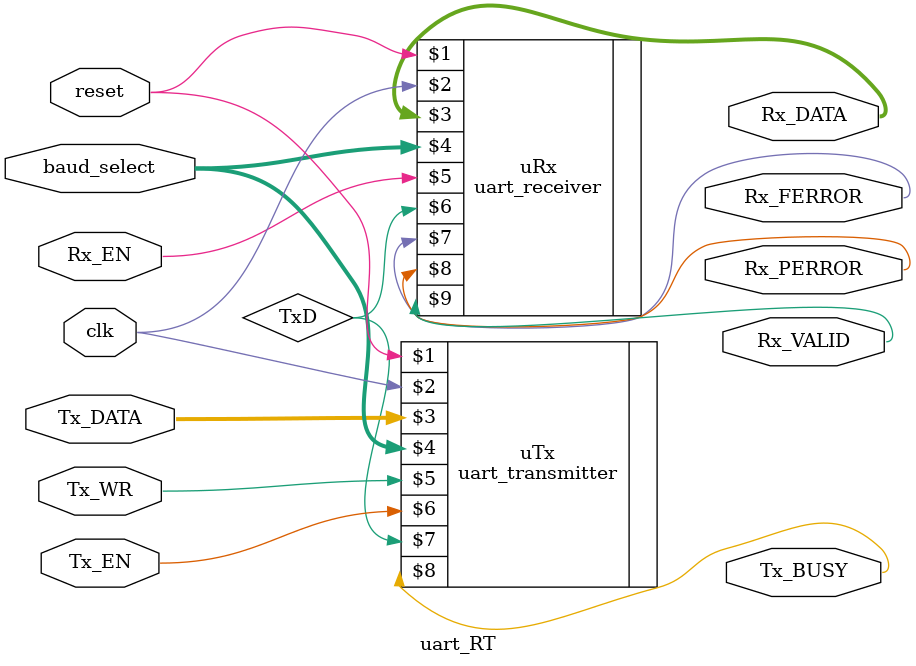
<source format=v>
`timescale 1ns / 1ps

module uart_RT(reset, clk, Tx_DATA, baud_select, Tx_EN, Tx_WR, Tx_BUSY, Rx_DATA, Rx_EN, Rx_FERROR, Rx_PERROR, 
Rx_VALID);

input reset, clk;
input [2:0] baud_select;
input Rx_EN;
input [7:0] Tx_DATA;
input Tx_EN, Tx_WR;


output Tx_BUSY;
output Rx_FERROR, Rx_PERROR, Rx_VALID;
output [7:0] Rx_DATA;

wire TxD;

uart_transmitter uTx(reset, clk, Tx_DATA, baud_select, Tx_WR, Tx_EN, TxD, Tx_BUSY);
uart_receiver uRx(reset, clk, Rx_DATA, baud_select, Rx_EN, TxD, Rx_FERROR, Rx_PERROR, Rx_VALID);


endmodule

</source>
